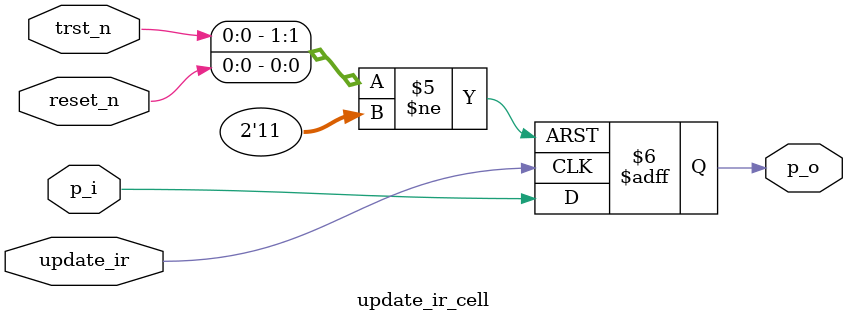
<source format=sv>
module update_ir_cell (
    input logic trst_n,

    // parallel in and out
    input logic p_i,
    output logic p_o,

    // control signals
    input logic reset_n,
    input logic update_ir
    );

    always_ff @(posedge update_ir or negedge reset_n or negedge trst_n) begin
        if (~reset_n)
            p_o <= 1'b0;
        else if (~trst_n)
            p_o <= 1'b0;
        else
            p_o <= p_i;
    end
endmodule
</source>
